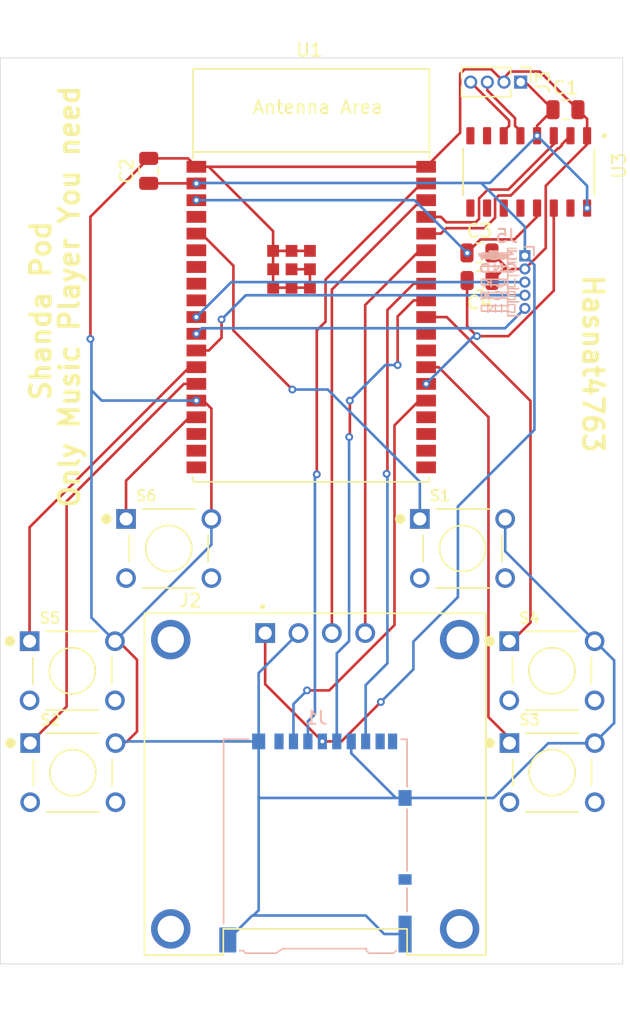
<source format=kicad_pcb>
(kicad_pcb (version 20241229) (generator "pcbnew") (generator_version "9.0")
  (layers (0 "F.Cu" signal) (2 "B.Cu" signal) (13 "F.Paste" user) (15 "B.Paste" user) (5 "F.SilkS" user "F.Silkscreen") (7 "B.SilkS" user "B.Silkscreen") (1 "F.Mask" user) (3 "B.Mask" user) (25 "Edge.Cuts" user))
  (net 0 "")
  (net 2 "Earth")
  (net 3 "MOSI")
  (net 4 "+3.3V")
  (net 5 "MISO")
  (net 7 "SCK")
  (net 8 "SCL")
  (net 10 "SDA")
  (net 11 "SW1")
  (net 12 "SW2")
  (net 15 "SW3")
  (net 16 "SW4")
  (net 17 "SW5")
  (net 18 "Net-(J1-DAT3{slash}CD)")
  (net 20 "SW6")
  (net 34 "LCK")
  (net 35 "BCK")
  (net 36 "DIN")
  (net 40 "D-")
  (net 41 "D+")
  (net 42 "EN")
  (net 43 "IO0")
  (net 51 "P")
  (net 52 "N")
  (footprint "CH340C:SOIC127P600X180-16N" (layer "F.Cu") (at 132.045 52.89 -90)
    (property "Reference" "U3" (at -0.48 -6.885 90) (layer "F.SilkS"))
    (property "Value" "CH340C")
    (fp_line (start -1.775 5) (end 1.775 5) (stroke (width 0.127)) (layer "F.SilkS"))
    (fp_line (start -1.775 5) (end 1.775 5) (stroke (width 0.127)) (layer "F.SilkS"))
    (fp_line (start -1.775 -5) (end 1.775 -5) (stroke (width 0.127)) (layer "F.SilkS"))
    (fp_line (start -1.775 -5) (end 1.775 -5) (stroke (width 0.127)) (layer "F.SilkS"))
    (fp_circle (center -2.75 -5.755) (end -2.65 -5.755) (stroke (width 0.2)) (fill no) (layer "F.SilkS"))
    (pad "1" smd roundrect (at -2.75 -4.445 270) (size 1.31 0.62) (layers "F.Cu" "F.Mask" "F.Paste") (roundrect_rratio 0.125) (net 2 "Earth"))
    (pad "2" smd roundrect (at -2.75 -3.175 270) (size 1.31 0.62) (layers "F.Cu" "F.Mask" "F.Paste") (roundrect_rratio 0.125) (net 51 "P"))
    (pad "3" smd roundrect (at -2.75 -1.905 270) (size 1.31 0.62) (layers "F.Cu" "F.Mask" "F.Paste") (roundrect_rratio 0.125) (net 52 "N"))
    (pad "4" smd roundrect (at -2.75 -0.635 270) (size 1.31 0.62) (layers "F.Cu" "F.Mask" "F.Paste") (roundrect_rratio 0.125) (net 4 "+3.3V"))
    (pad "5" smd roundrect (at -2.75 0.635 270) (size 1.31 0.62) (layers "F.Cu" "F.Mask" "F.Paste") (roundrect_rratio 0.125) (net 41 "D+"))
    (pad "6" smd roundrect (at -2.75 1.905 270) (size 1.31 0.62) (layers "F.Cu" "F.Mask" "F.Paste") (roundrect_rratio 0.125) (net 40 "D-"))
    (pad "7" smd roundrect (at -2.75 3.175 270) (size 1.31 0.62) (layers "F.Cu" "F.Mask" "F.Paste") (roundrect_rratio 0.125))
    (pad "8" smd roundrect (at -2.75 4.445 270) (size 1.31 0.62) (layers "F.Cu" "F.Mask" "F.Paste") (roundrect_rratio 0.125))
    (pad "9" smd roundrect (at 2.75 4.445 270) (size 1.31 0.62) (layers "F.Cu" "F.Mask" "F.Paste") (roundrect_rratio 0.125))
    (pad "10" smd roundrect (at 2.75 3.175 270) (size 1.31 0.62) (layers "F.Cu" "F.Mask" "F.Paste") (roundrect_rratio 0.125))
    (pad "11" smd roundrect (at 2.75 1.905 270) (size 1.31 0.62) (layers "F.Cu" "F.Mask" "F.Paste") (roundrect_rratio 0.125))
    (pad "12" smd roundrect (at 2.75 0.635 270) (size 1.31 0.62) (layers "F.Cu" "F.Mask" "F.Paste") (roundrect_rratio 0.125))
    (pad "13" smd roundrect (at 2.75 -0.635 270) (size 1.31 0.62) (layers "F.Cu" "F.Mask" "F.Paste") (roundrect_rratio 0.125) (net 42 "EN"))
    (pad "14" smd roundrect (at 2.75 -1.905 270) (size 1.31 0.62) (layers "F.Cu" "F.Mask" "F.Paste") (roundrect_rratio 0.125) (net 43 "IO0"))
    (pad "15" smd roundrect (at 2.75 -3.175 270) (size 1.31 0.62) (layers "F.Cu" "F.Mask" "F.Paste") (roundrect_rratio 0.125))
    (pad "16" smd roundrect (at 2.75 -4.445 270) (size 1.31 0.62) (layers "F.Cu" "F.Mask" "F.Paste") (roundrect_rratio 0.125) (net 4 "+3.3V"))
  )
  (footprint "Capacitor_SMD:C_0805_2012Metric" (layer "F.Cu") (at 128.3 61.15 180)
    (property "Reference" "C4" (at 0 -1.68 0) (layer "F.SilkS"))
    (property "Value" "0.1uF")
    (fp_line (start -0.261252 0.735) (end 0.261252 0.735) (stroke (width 0.12)) (layer "F.SilkS"))
    (fp_line (start -0.261252 -0.735) (end 0.261252 -0.735) (stroke (width 0.12)) (layer "F.SilkS"))
    (pad "1" smd roundrect (at -0.95 0 180) (size 1 1.45) (layers "F.Cu" "F.Mask" "F.Paste") (net 2 "Earth"))
    (pad "2" smd roundrect (at 0.95 0 180) (size 1 1.45) (layers "F.Cu" "F.Mask" "F.Paste") (net 43 "IO0"))
  )
  (footprint "Push Button:SW_FSM8JH" (layer "F.Cu") (at 104.625 81.53)
    (property "Reference" "S6" (at -1.71258 -4.01401 0) (layer "F.SilkS") (effects (font (size 0.801197 0.801197))))
    (property "Value" "FSM8JH")
    (fp_line (start -3 -1) (end -3 1) (stroke (width 0.127)) (layer "F.SilkS"))
    (fp_line (start -2 -3) (end 2 -3) (stroke (width 0.127)) (layer "F.SilkS"))
    (fp_line (start -2 3) (end 2 3) (stroke (width 0.127)) (layer "F.SilkS"))
    (fp_line (start 3 -1) (end 3 1) (stroke (width 0.127)) (layer "F.SilkS"))
    (fp_circle (center -4.75 -2.25) (end -4.55 -2.25) (stroke (width 0.4)) (fill no) (layer "F.SilkS"))
    (fp_circle (center 0 0) (end 1.75 0) (stroke (width 0.127)) (fill no) (layer "F.SilkS"))
    (pad "1" thru_hole rect (at -3.25 -2.25) (size 1.498 1.498) (drill 0.99) (layers "*.Cu" "*.Mask") (net 20 "SW6"))
    (pad "2" thru_hole circle (at -3.25 2.25) (size 1.498 1.498) (drill 0.99) (layers "*.Cu" "*.Mask"))
    (pad "3" thru_hole circle (at 3.25 -2.25) (size 1.498 1.498) (drill 0.99) (layers "*.Cu" "*.Mask") (net 2 "Earth"))
    (pad "4" thru_hole circle (at 3.25 2.25) (size 1.498 1.498) (drill 0.99) (layers "*.Cu" "*.Mask"))
  )
  (footprint "Connector_PinHeader_1.27mm:PinHeader_1x04_P1.27mm_Vertical" (layer "F.Cu") (at 131.43 46.06 -90)
    (property "Reference" "J3" (at 0 -1.695 90) (layer "F.SilkS"))
    (property "Value" "Conn_01x04_Pin")
    (fp_line (start -1.11 4.505) (end -0.30753 4.505) (stroke (width 0.12)) (layer "F.SilkS"))
    (fp_line (start 0.30753 4.505) (end 1.11 4.505) (stroke (width 0.12)) (layer "F.SilkS"))
    (fp_line (start -1.11 0.76) (end -1.11 4.505) (stroke (width 0.12)) (layer "F.SilkS"))
    (fp_line (start -1.11 0.76) (end -0.563471 0.76) (stroke (width 0.12)) (layer "F.SilkS"))
    (fp_line (start 0.563471 0.76) (end 1.11 0.76) (stroke (width 0.12)) (layer "F.SilkS"))
    (fp_line (start 1.11 0.76) (end 1.11 4.505) (stroke (width 0.12)) (layer "F.SilkS"))
    (fp_line (start -1.11 0) (end -1.11 -0.76) (stroke (width 0.12)) (layer "F.SilkS"))
    (fp_line (start -1.11 -0.76) (end 0 -0.76) (stroke (width 0.12)) (layer "F.SilkS"))
    (pad "1" thru_hole rect (at 0 0 270) (size 1 1) (drill 0.65) (layers "*.Cu" "*.Mask") (net 4 "+3.3V"))
    (pad "2" thru_hole oval (at 0 1.27 270) (size 1 1) (drill 0.65) (layers "*.Cu" "*.Mask") (net 2 "Earth"))
    (pad "3" thru_hole oval (at 0 2.54 270) (size 1 1) (drill 0.65) (layers "*.Cu" "*.Mask") (net 41 "D+"))
    (pad "4" thru_hole oval (at 0 3.81 270) (size 1 1) (drill 0.65) (layers "*.Cu" "*.Mask") (net 40 "D-"))
  )
  (footprint "Push Button:SW_FSM8JH" (layer "F.Cu") (at 97.28 90.83)
    (property "Reference" "S5" (at -1.71258 -4.01401 0) (layer "F.SilkS") (effects (font (size 0.801197 0.801197))))
    (property "Value" "FSM8JH")
    (fp_line (start -3 -1) (end -3 1) (stroke (width 0.127)) (layer "F.SilkS"))
    (fp_line (start -2 -3) (end 2 -3) (stroke (width 0.127)) (layer "F.SilkS"))
    (fp_line (start -2 3) (end 2 3) (stroke (width 0.127)) (layer "F.SilkS"))
    (fp_line (start 3 -1) (end 3 1) (stroke (width 0.127)) (layer "F.SilkS"))
    (fp_circle (center -4.75 -2.25) (end -4.55 -2.25) (stroke (width 0.4)) (fill no) (layer "F.SilkS"))
    (fp_circle (center 0 0) (end 1.75 0) (stroke (width 0.127)) (fill no) (layer "F.SilkS"))
    (pad "1" thru_hole rect (at -3.25 -2.25) (size 1.498 1.498) (drill 0.99) (layers "*.Cu" "*.Mask") (net 17 "SW5"))
    (pad "2" thru_hole circle (at -3.25 2.25) (size 1.498 1.498) (drill 0.99) (layers "*.Cu" "*.Mask"))
    (pad "3" thru_hole circle (at 3.25 -2.25) (size 1.498 1.498) (drill 0.99) (layers "*.Cu" "*.Mask") (net 2 "Earth"))
    (pad "4" thru_hole circle (at 3.25 2.25) (size 1.498 1.498) (drill 0.99) (layers "*.Cu" "*.Mask"))
  )
  (footprint "Seeed Studio XIAO Series Library:MODULE_DM-OLED096-636" (layer "F.Cu") (at 115.78 99.46)
    (property "Reference" "J2" (at -9.525 -13.97 0) (layer "F.SilkS"))
    (property "Value" "Conn_01x04_Pin" (hide yes))
    (fp_line (start -13 -13) (end 13 -13) (stroke (width 0.127)) (layer "F.SilkS"))
    (fp_line (start -13 13) (end -13 -13) (stroke (width 0.127)) (layer "F.SilkS"))
    (fp_line (start -7 11) (end -7 13) (stroke (width 0.127)) (layer "F.SilkS"))
    (fp_line (start -7 13) (end -13 13) (stroke (width 0.127)) (layer "F.SilkS"))
    (fp_line (start 7 11) (end -7 11) (stroke (width 0.127)) (layer "F.SilkS"))
    (fp_line (start 7 13) (end 7 11) (stroke (width 0.127)) (layer "F.SilkS"))
    (fp_line (start 13 -13) (end 13 13) (stroke (width 0.127)) (layer "F.SilkS"))
    (fp_line (start 13 13) (end 7 13) (stroke (width 0.127)) (layer "F.SilkS"))
    (fp_circle (center -4 -13.5) (end -3.9 -13.5) (stroke (width 0.2)) (fill no) (layer "F.SilkS"))
    (pad "1" thru_hole rect (at -3.81 -11.5) (size 1.508 1.508) (drill 1) (layers "*.Cu" "*.Mask") (net 4 "+3.3V"))
    (pad "2" thru_hole circle (at -1.27 -11.5) (size 1.508 1.508) (drill 1) (layers "*.Cu" "*.Mask") (net 2 "Earth"))
    (pad "3" thru_hole circle (at 1.27 -11.5) (size 1.508 1.508) (drill 1) (layers "*.Cu" "*.Mask") (net 8 "SCL"))
    (pad "4" thru_hole circle (at 3.81 -11.5) (size 1.508 1.508) (drill 1) (layers "*.Cu" "*.Mask") (net 10 "SDA"))
    (pad "S1" thru_hole circle (at -11 -11) (size 3 3) (drill 2) (layers "*.Cu" "*.Mask"))
    (pad "S2" thru_hole circle (at 11 -11) (size 3 3) (drill 2) (layers "*.Cu" "*.Mask"))
    (pad "S3" thru_hole circle (at 11 11) (size 3 3) (drill 2) (layers "*.Cu" "*.Mask"))
    (pad "S4" thru_hole circle (at -11 11) (size 3 3) (drill 2) (layers "*.Cu" "*.Mask"))
  )
  (footprint "Push Button:SW_FSM8JH" (layer "F.Cu") (at 133.81 90.83)
    (property "Reference" "S4" (at -1.71258 -4.01401 0) (layer "F.SilkS") (effects (font (size 0.801197 0.801197))))
    (property "Value" "FSM8JH")
    (fp_line (start -3 -1) (end -3 1) (stroke (width 0.127)) (layer "F.SilkS"))
    (fp_line (start -2 -3) (end 2 -3) (stroke (width 0.127)) (layer "F.SilkS"))
    (fp_line (start -2 3) (end 2 3) (stroke (width 0.127)) (layer "F.SilkS"))
    (fp_line (start 3 -1) (end 3 1) (stroke (width 0.127)) (layer "F.SilkS"))
    (fp_circle (center -4.75 -2.25) (end -4.55 -2.25) (stroke (width 0.4)) (fill no) (layer "F.SilkS"))
    (fp_circle (center 0 0) (end 1.75 0) (stroke (width 0.127)) (fill no) (layer "F.SilkS"))
    (pad "1" thru_hole rect (at -3.25 -2.25) (size 1.498 1.498) (drill 0.99) (layers "*.Cu" "*.Mask") (net 16 "SW4"))
    (pad "2" thru_hole circle (at -3.25 2.25) (size 1.498 1.498) (drill 0.99) (layers "*.Cu" "*.Mask"))
    (pad "3" thru_hole circle (at 3.25 -2.25) (size 1.498 1.498) (drill 0.99) (layers "*.Cu" "*.Mask") (net 2 "Earth"))
    (pad "4" thru_hole circle (at 3.25 2.25) (size 1.498 1.498) (drill 0.99) (layers "*.Cu" "*.Mask"))
  )
  (footprint "Capacitor_SMD:C_0805_2012Metric" (layer "F.Cu") (at 103.1 52.81 90)
    (property "Reference" "C2" (at 0 -1.68 90) (layer "F.SilkS"))
    (property "Value" "0.1uF")
    (fp_line (start -0.261252 -0.735) (end 0.261252 -0.735) (stroke (width 0.12)) (layer "F.SilkS"))
    (fp_line (start -0.261252 0.735) (end 0.261252 0.735) (stroke (width 0.12)) (layer "F.SilkS"))
    (pad "1" smd roundrect (at -0.95 0 90) (size 1 1.45) (layers "F.Cu" "F.Mask" "F.Paste") (net 4 "+3.3V"))
    (pad "2" smd roundrect (at 0.95 0 90) (size 1 1.45) (layers "F.Cu" "F.Mask" "F.Paste") (net 2 "Earth"))
  )
  (footprint "Capacitor_SMD:C_0805_2012Metric" (layer "F.Cu") (at 128.29 59.05)
    (property "Reference" "C3" (at 0 -1.68 0) (layer "F.SilkS"))
    (property "Value" "0.1uF")
    (fp_line (start -0.261252 -0.735) (end 0.261252 -0.735) (stroke (width 0.12)) (layer "F.SilkS"))
    (fp_line (start -0.261252 0.735) (end 0.261252 0.735) (stroke (width 0.12)) (layer "F.SilkS"))
    (pad "1" smd roundrect (at -0.95 0) (size 1 1.45) (layers "F.Cu" "F.Mask" "F.Paste") (net 42 "EN"))
    (pad "2" smd roundrect (at 0.95 0) (size 1 1.45) (layers "F.Cu" "F.Mask" "F.Paste") (net 2 "Earth"))
  )
  (footprint "PCM_Espressif:ESP32-WROVER-E" (layer "F.Cu") (at 115.48 60.755)
    (property "Reference" "U1" (at -0.14 -17.145 0) (layer "F.SilkS"))
    (property "Value" "ESP32-WROVER-E")
    (fp_line (start -9 -15.695) (end -9 -8.9) (stroke (width 0.12)) (layer "F.SilkS"))
    (fp_line (start -9 -9.385) (end 9 -9.385) (stroke (width 0.12)) (layer "F.SilkS"))
    (fp_line (start -9 15.705) (end -9 15.35) (stroke (width 0.12)) (layer "F.SilkS"))
    (fp_line (start -9 15.705) (end 9 15.705) (stroke (width 0.12)) (layer "F.SilkS"))
    (fp_line (start 9 -15.695) (end -9 -15.695) (stroke (width 0.12)) (layer "F.SilkS"))
    (fp_line (start 9 -15.65) (end 9 -8.9) (stroke (width 0.12)) (layer "F.SilkS"))
    (fp_line (start 9 15.705) (end 9 15.35) (stroke (width 0.12)) (layer "F.SilkS"))
    (fp_text user "Antenna Area" (at 0.5 -12.795 0) (layer "F.SilkS"))
    (pad "1" smd rect (at -8.75 -8.255) (size 1.5 0.9) (layers "F.Cu" "F.Mask" "F.Paste") (net 2 "Earth"))
    (pad "2" smd rect (at -8.75 -6.985) (size 1.5 0.9) (layers "F.Cu" "F.Mask" "F.Paste") (net 4 "+3.3V"))
    (pad "3" smd rect (at -8.75 -5.715) (size 1.5 0.9) (layers "F.Cu" "F.Mask" "F.Paste") (net 42 "EN"))
    (pad "4" smd rect (at -8.75 -4.445) (size 1.5 0.9) (layers "F.Cu" "F.Mask" "F.Paste"))
    (pad "5" smd rect (at -8.75 -3.175) (size 1.5 0.9) (layers "F.Cu" "F.Mask" "F.Paste") (net 11 "SW1"))
    (pad "6" smd rect (at -8.75 -1.905) (size 1.5 0.9) (layers "F.Cu" "F.Mask" "F.Paste"))
    (pad "7" smd rect (at -8.75 -0.635) (size 1.5 0.9) (layers "F.Cu" "F.Mask" "F.Paste"))
    (pad "8" smd rect (at -8.75 0.635) (size 1.5 0.9) (layers "F.Cu" "F.Mask" "F.Paste"))
    (pad "9" smd rect (at -8.75 1.905) (size 1.5 0.9) (layers "F.Cu" "F.Mask" "F.Paste"))
    (pad "10" smd rect (at -8.75 3.175) (size 1.5 0.9) (layers "F.Cu" "F.Mask" "F.Paste") (net 34 "LCK"))
    (pad "11" smd rect (at -8.75 4.445) (size 1.5 0.9) (layers "F.Cu" "F.Mask" "F.Paste") (net 35 "BCK"))
    (pad "12" smd rect (at -8.75 5.715) (size 1.5 0.9) (layers "F.Cu" "F.Mask" "F.Paste") (net 36 "DIN"))
    (pad "13" smd rect (at -8.75 6.985) (size 1.5 0.9) (layers "F.Cu" "F.Mask" "F.Paste") (net 17 "SW5"))
    (pad "14" smd rect (at -8.75 8.255) (size 1.5 0.9) (layers "F.Cu" "F.Mask" "F.Paste") (net 12 "SW2"))
    (pad "15" smd rect (at -8.75 9.525) (size 1.5 0.9) (layers "F.Cu" "F.Mask" "F.Paste") (net 2 "Earth"))
    (pad "16" smd rect (at -8.75 10.795) (size 1.5 0.9) (layers "F.Cu" "F.Mask" "F.Paste") (net 20 "SW6"))
    (pad "17" smd rect (at -8.75 12.065) (size 1.5 0.9) (layers "F.Cu" "F.Mask" "F.Paste"))
    (pad "18" smd rect (at -8.75 13.335) (size 1.5 0.9) (layers "F.Cu" "F.Mask" "F.Paste"))
    (pad "19" smd rect (at -8.75 14.605) (size 1.5 0.9) (layers "F.Cu" "F.Mask" "F.Paste"))
    (pad "20" smd rect (at 8.75 14.605) (size 1.5 0.9) (layers "F.Cu" "F.Mask" "F.Paste"))
    (pad "21" smd rect (at 8.75 13.335) (size 1.5 0.9) (layers "F.Cu" "F.Mask" "F.Paste"))
    (pad "22" smd rect (at 8.75 12.065) (size 1.5 0.9) (layers "F.Cu" "F.Mask" "F.Paste"))
    (pad "23" smd rect (at 8.75 10.795) (size 1.5 0.9) (layers "F.Cu" "F.Mask" "F.Paste"))
    (pad "24" smd rect (at 8.75 9.525) (size 1.5 0.9) (layers "F.Cu" "F.Mask" "F.Paste") (net 18 "Net-(J1-DAT3{slash}CD)"))
    (pad "25" smd rect (at 8.75 8.255) (size 1.5 0.9) (layers "F.Cu" "F.Mask" "F.Paste") (net 43 "IO0"))
    (pad "26" smd rect (at 8.75 6.985) (size 1.5 0.9) (layers "F.Cu" "F.Mask" "F.Paste") (net 15 "SW3"))
    (pad "27" smd rect (at 8.75 5.715) (size 1.5 0.9) (layers "F.Cu" "F.Mask" "F.Paste"))
    (pad "28" smd rect (at 8.75 4.445) (size 1.5 0.9) (layers "F.Cu" "F.Mask" "F.Paste"))
    (pad "29" smd rect (at 8.75 3.175) (size 1.5 0.9) (layers "F.Cu" "F.Mask" "F.Paste") (net 16 "SW4"))
    (pad "30" smd rect (at 8.75 1.905) (size 1.5 0.9) (layers "F.Cu" "F.Mask" "F.Paste") (net 7 "SCK"))
    (pad "31" smd rect (at 8.75 0.635) (size 1.5 0.9) (layers "F.Cu" "F.Mask" "F.Paste") (net 5 "MISO"))
    (pad "32" smd rect (at 8.75 -0.635) (size 1.5 0.9) (layers "F.Cu" "F.Mask" "F.Paste"))
    (pad "33" smd rect (at 8.75 -1.905) (size 1.5 0.9) (layers "F.Cu" "F.Mask" "F.Paste") (net 10 "SDA"))
    (pad "34" smd rect (at 8.75 -3.175) (size 1.5 0.9) (layers "F.Cu" "F.Mask" "F.Paste") (net 51 "P"))
    (pad "35" smd rect (at 8.75 -4.445) (size 1.5 0.9) (layers "F.Cu" "F.Mask" "F.Paste") (net 52 "N"))
    (pad "36" smd rect (at 8.75 -5.715) (size 1.5 0.9) (layers "F.Cu" "F.Mask" "F.Paste") (net 8 "SCL"))
    (pad "37" smd rect (at 8.75 -6.985) (size 1.5 0.9) (layers "F.Cu" "F.Mask" "F.Paste") (net 3 "MOSI"))
    (pad "38" smd rect (at 8.75 -8.255) (size 1.5 0.9) (layers "F.Cu" "F.Mask" "F.Paste") (net 2 "Earth"))
    (pad "39" smd rect (at -2.905 -1.86) (size 0.9 0.9) (layers "F.Cu" "F.Mask" "F.Paste") (net 2 "Earth"))
    (pad "39" smd rect (at -2.9 -0.46) (size 0.9 0.9) (layers "F.Cu" "F.Mask" "F.Paste") (net 2 "Earth"))
    (pad "39" smd rect (at -2.9 0.94) (size 0.9 0.9) (layers "F.Cu" "F.Mask" "F.Paste") (net 2 "Earth"))
    (pad "39" smd rect (at -1.5 -1.86) (size 0.9 0.9) (layers "F.Cu" "F.Mask" "F.Paste") (net 2 "Earth"))
    (pad "39" smd rect (at -1.5 -0.46) (size 0.9 0.9) (layers "F.Cu" "F.Mask" "F.Paste") (net 2 "Earth"))
    (pad "39" smd rect (at -1.5 0.94) (size 0.9 0.9) (layers "F.Cu" "F.Mask" "F.Paste") (net 2 "Earth"))
    (pad "39" smd rect (at -0.1 -1.86) (size 0.9 0.9) (layers "F.Cu" "F.Mask" "F.Paste") (net 2 "Earth"))
    (pad "39" smd rect (at -0.1 -0.46) (size 0.9 0.9) (layers "F.Cu" "F.Mask" "F.Paste") (net 2 "Earth"))
    (pad "39" smd rect (at -0.1 0.94) (size 0.9 0.9) (layers "F.Cu" "F.Mask" "F.Paste") (net 2 "Earth"))
  )
  (footprint "Push Button:SW_FSM8JH" (layer "F.Cu") (at 133.825 98.575)
    (property "Reference" "S3" (at -1.71258 -4.01401 0) (layer "F.SilkS") (effects (font (size 0.801197 0.801197))))
    (property "Value" "FSM8JH")
    (fp_line (start -3 -1) (end -3 1) (stroke (width 0.127)) (layer "F.SilkS"))
    (fp_line (start -2 -3) (end 2 -3) (stroke (width 0.127)) (layer "F.SilkS"))
    (fp_line (start -2 3) (end 2 3) (stroke (width 0.127)) (layer "F.SilkS"))
    (fp_line (start 3 -1) (end 3 1) (stroke (width 0.127)) (layer "F.SilkS"))
    (fp_circle (center -4.75 -2.25) (end -4.55 -2.25) (stroke (width 0.4)) (fill no) (layer "F.SilkS"))
    (fp_circle (center 0 0) (end 1.75 0) (stroke (width 0.127)) (fill no) (layer "F.SilkS"))
    (pad "1" thru_hole rect (at -3.25 -2.25) (size 1.498 1.498) (drill 0.99) (layers "*.Cu" "*.Mask") (net 15 "SW3"))
    (pad "2" thru_hole circle (at -3.25 2.25) (size 1.498 1.498) (drill 0.99) (layers "*.Cu" "*.Mask"))
    (pad "3" thru_hole circle (at 3.25 -2.25) (size 1.498 1.498) (drill 0.99) (layers "*.Cu" "*.Mask") (net 2 "Earth"))
    (pad "4" thru_hole circle (at 3.25 2.25) (size 1.498 1.498) (drill 0.99) (layers "*.Cu" "*.Mask"))
  )
  (footprint "Push Button:SW_FSM8JH" (layer "F.Cu") (at 127 81.53)
    (property "Reference" "S1" (at -1.71258 -4.01401 0) (layer "F.SilkS") (effects (font (size 0.801197 0.801197))))
    (property "Value" "FSM8JH")
    (fp_line (start -3 -1) (end -3 1) (stroke (width 0.127)) (layer "F.SilkS"))
    (fp_line (start -2 -3) (end 2 -3) (stroke (width 0.127)) (layer "F.SilkS"))
    (fp_line (start -2 3) (end 2 3) (stroke (width 0.127)) (layer "F.SilkS"))
    (fp_line (start 3 -1) (end 3 1) (stroke (width 0.127)) (layer "F.SilkS"))
    (fp_circle (center -4.75 -2.25) (end -4.55 -2.25) (stroke (width 0.4)) (fill no) (layer "F.SilkS"))
    (fp_circle (center 0 0) (end 1.75 0) (stroke (width 0.127)) (fill no) (layer "F.SilkS"))
    (pad "1" thru_hole rect (at -3.25 -2.25) (size 1.498 1.498) (drill 0.99) (layers "*.Cu" "*.Mask") (net 11 "SW1"))
    (pad "2" thru_hole circle (at -3.25 2.25) (size 1.498 1.498) (drill 0.99) (layers "*.Cu" "*.Mask"))
    (pad "3" thru_hole circle (at 3.25 -2.25) (size 1.498 1.498) (drill 0.99) (layers "*.Cu" "*.Mask") (net 2 "Earth"))
    (pad "4" thru_hole circle (at 3.25 2.25) (size 1.498 1.498) (drill 0.99) (layers "*.Cu" "*.Mask"))
  )
  (footprint "Capacitor_SMD:C_0805_2012Metric" (layer "F.Cu") (at 134.84 48.16)
    (property "Reference" "C1" (at 0 -1.68 0) (layer "F.SilkS"))
    (property "Value" "0.1uF")
    (fp_line (start -0.261252 -0.735) (end 0.261252 -0.735) (stroke (width 0.12)) (layer "F.SilkS"))
    (fp_line (start -0.261252 0.735) (end 0.261252 0.735) (stroke (width 0.12)) (layer "F.SilkS"))
    (pad "1" smd roundrect (at -0.95 0) (size 1 1.45) (layers "F.Cu" "F.Mask" "F.Paste") (net 4 "+3.3V"))
    (pad "2" smd roundrect (at 0.95 0) (size 1 1.45) (layers "F.Cu" "F.Mask" "F.Paste") (net 2 "Earth"))
  )
  (footprint "Push Button:SW_FSM8JH" (layer "F.Cu") (at 97.325 98.575)
    (property "Reference" "S2" (at -1.71258 -4.01401 0) (layer "F.SilkS") (effects (font (size 0.801197 0.801197))))
    (property "Value" "FSM8JH")
    (fp_line (start -3 -1) (end -3 1) (stroke (width 0.127)) (layer "F.SilkS"))
    (fp_line (start -2 -3) (end 2 -3) (stroke (width 0.127)) (layer "F.SilkS"))
    (fp_line (start -2 3) (end 2 3) (stroke (width 0.127)) (layer "F.SilkS"))
    (fp_line (start 3 -1) (end 3 1) (stroke (width 0.127)) (layer "F.SilkS"))
    (fp_circle (center -4.75 -2.25) (end -4.55 -2.25) (stroke (width 0.4)) (fill no) (layer "F.SilkS"))
    (fp_circle (center 0 0) (end 1.75 0) (stroke (width 0.127)) (fill no) (layer "F.SilkS"))
    (pad "1" thru_hole rect (at -3.25 -2.25) (size 1.498 1.498) (drill 0.99) (layers "*.Cu" "*.Mask") (net 12 "SW2"))
    (pad "2" thru_hole circle (at -3.25 2.25) (size 1.498 1.498) (drill 0.99) (layers "*.Cu" "*.Mask"))
    (pad "3" thru_hole circle (at 3.25 -2.25) (size 1.498 1.498) (drill 0.99) (layers "*.Cu" "*.Mask") (net 2 "Earth"))
    (pad "4" thru_hole circle (at 3.25 2.25) (size 1.498 1.498) (drill 0.99) (layers "*.Cu" "*.Mask"))
  )
  (footprint "Connector_Card:microSD_HC_Hirose_DM3AT-SF-PEJM5" (layer "B.Cu") (at 115.8 103.925 180)
    (property "Reference" "J1" (at -0.075 9.525 0) (layer "B.SilkS") (effects (justify mirror)))
    (property "Value" "Micro_SD_Card_Det2")
    (fp_line (start 6.995 7.885) (end 6.995 -6.125) (stroke (width 0.12)) (layer "B.SilkS"))
    (fp_line (start 5.515 -8.185) (end 5.775 -8.185) (stroke (width 0.12)) (layer "B.SilkS"))
    (fp_line (start 5.315 -8.385) (end 5.515 -8.185) (stroke (width 0.12)) (layer "B.SilkS"))
    (fp_line (start 5.315 -8.385) (end 3.005 -8.385) (stroke (width 0.12)) (layer "B.SilkS"))
    (fp_line (start 5.075 7.885) (end 6.995 7.885) (stroke (width 0.12)) (layer "B.SilkS"))
    (fp_line (start 3.005 -8.385) (end 2.495 -8.035) (stroke (width 0.12)) (layer "B.SilkS"))
    (fp_line (start -3.875 -8.035) (end 2.495 -8.035) (stroke (width 0.12)) (layer "B.SilkS"))
    (fp_line (start -3.875 -8.035) (end -3.875 -8.185) (stroke (width 0.12)) (layer "B.SilkS"))
    (fp_line (start -4.085 -8.385) (end -3.875 -8.185) (stroke (width 0.12)) (layer "B.SilkS"))
    (fp_line (start -5.945 -8.385) (end -4.085 -8.385) (stroke (width 0.12)) (layer "B.SilkS"))
    (fp_line (start -5.945 -8.385) (end -6.145 -8.185) (stroke (width 0.12)) (layer "B.SilkS"))
    (fp_line (start -6.525 7.885) (end -6.975 7.885) (stroke (width 0.12)) (layer "B.SilkS"))
    (fp_line (start -6.975 7.885) (end -6.975 4.275) (stroke (width 0.12)) (layer "B.SilkS"))
    (fp_line (start -6.975 2.575) (end -6.975 -2.125) (stroke (width 0.12)) (layer "B.SilkS"))
    (fp_line (start -6.975 -3.425) (end -6.975 -5.225) (stroke (width 0.12)) (layer "B.SilkS"))
    (pad "1" smd rect (at 2.775 7.725 180) (size 0.7 1.2) (layers "B.Cu" "B.Mask" "B.Paste"))
    (pad "2" smd rect (at 1.675 7.725 180) (size 0.7 1.2) (layers "B.Cu" "B.Mask" "B.Paste") (net 18 "Net-(J1-DAT3{slash}CD)"))
    (pad "3" smd rect (at 0.575 7.725 180) (size 0.7 1.2) (layers "B.Cu" "B.Mask" "B.Paste") (net 3 "MOSI"))
    (pad "4" smd rect (at -0.525 7.725 180) (size 0.7 1.2) (layers "B.Cu" "B.Mask" "B.Paste") (net 4 "+3.3V"))
    (pad "5" smd rect (at -1.625 7.725 180) (size 0.7 1.2) (layers "B.Cu" "B.Mask" "B.Paste") (net 7 "SCK"))
    (pad "6" smd rect (at -2.725 7.725 180) (size 0.7 1.2) (layers "B.Cu" "B.Mask" "B.Paste") (net 2 "Earth"))
    (pad "7" smd rect (at -3.825 7.725 180) (size 0.7 1.2) (layers "B.Cu" "B.Mask" "B.Paste") (net 5 "MISO"))
    (pad "8" smd rect (at -4.925 7.725 180) (size 0.7 1.2) (layers "B.Cu" "B.Mask" "B.Paste"))
    (pad "9" smd rect (at -5.875 7.725 180) (size 0.7 1.2) (layers "B.Cu" "B.Mask" "B.Paste"))
    (pad "10" smd rect (at -6.825 -2.775 180) (size 1 0.8) (layers "B.Cu" "B.Mask" "B.Paste"))
    (pad "11" smd rect (at -6.825 -6.925 180) (size 1 2.8) (layers "B.Cu" "B.Mask" "B.Paste") (net 2 "Earth"))
    (pad "11" smd rect (at -6.825 3.425 180) (size 1 1.2) (layers "B.Cu" "B.Mask" "B.Paste") (net 2 "Earth"))
    (pad "11" smd rect (at 4.325 7.725 180) (size 1 1.2) (layers "B.Cu" "B.Mask" "B.Paste") (net 2 "Earth"))
    (pad "11" smd rect (at 6.675 -7.375 180) (size 1.3 1.9) (layers "B.Cu" "B.Mask" "B.Paste") (net 2 "Earth"))
  )
  (footprint "Connector_PinHeader_1.00mm:PinHeader_1x05_P1.00mm_Horizontal" (layer "B.Cu") (at 131.75 59.27 180)
    (property "Reference" "J5" (at 1.375 1.5 0) (layer "B.SilkS") (effects (justify mirror)))
    (property "Value" "Conn_01x05_Socket" (hide yes))
    (fp_line (start 3.31 0.21) (end 3.31 -0.21) (stroke (width 0.12)) (layer "B.SilkS"))
    (fp_line (start 3.31 -0.21) (end 1.31 -0.21) (stroke (width 0.12)) (layer "B.SilkS"))
    (fp_line (start 3.31 -0.79) (end 3.31 -1.21) (stroke (width 0.12)) (layer "B.SilkS"))
    (fp_line (start 3.31 -1.21) (end 1.31 -1.21) (stroke (width 0.12)) (layer "B.SilkS"))
    (fp_line (start 3.31 -1.79) (end 3.31 -2.21) (stroke (width 0.12)) (layer "B.SilkS"))
    (fp_line (start 3.31 -2.21) (end 1.31 -2.21) (stroke (width 0.12)) (layer "B.SilkS"))
    (fp_line (start 3.31 -2.79) (end 3.31 -3.21) (stroke (width 0.12)) (layer "B.SilkS"))
    (fp_line (start 3.31 -3.21) (end 1.31 -3.21) (stroke (width 0.12)) (layer "B.SilkS"))
    (fp_line (start 3.31 -3.79) (end 3.31 -4.21) (stroke (width 0.12)) (layer "B.SilkS"))
    (fp_line (start 3.31 -4.21) (end 1.31 -4.21) (stroke (width 0.12)) (layer "B.SilkS"))
    (fp_line (start 1.31 0.56) (end 1.31 -4.56) (stroke (width 0.12)) (layer "B.SilkS"))
    (fp_line (start 1.31 0.21) (end 3.31 0.21) (stroke (width 0.12)) (layer "B.SilkS"))
    (fp_line (start 1.31 0.15) (end 3.31 0.15) (stroke (width 0.12)) (layer "B.SilkS"))
    (fp_line (start 1.31 0.03) (end 3.31 0.03) (stroke (width 0.12)) (layer "B.SilkS"))
    (fp_line (start 1.31 -0.09) (end 3.31 -0.09) (stroke (width 0.12)) (layer "B.SilkS"))
    (fp_line (start 1.31 -0.79) (end 3.31 -0.79) (stroke (width 0.12)) (layer "B.SilkS"))
    (fp_line (start 1.31 -1.79) (end 3.31 -1.79) (stroke (width 0.12)) (layer "B.SilkS"))
    (fp_line (start 1.31 -2.79) (end 3.31 -2.79) (stroke (width 0.12)) (layer "B.SilkS"))
    (fp_line (start 1.31 -3.79) (end 3.31 -3.79) (stroke (width 0.12)) (layer "B.SilkS"))
    (fp_line (start 1.31 -4.56) (end 0.394493 -4.56) (stroke (width 0.12)) (layer "B.SilkS"))
    (fp_line (start 0.685 0.56) (end 1.31 0.56) (stroke (width 0.12)) (layer "B.SilkS"))
    (fp_line (start 0.685 -0.5) (end 1.31 -0.5) (stroke (width 0.12)) (layer "B.SilkS"))
    (fp_line (start 0.468215 -1.5) (end 1.31 -1.5) (stroke (width 0.12)) (layer "B.SilkS"))
    (fp_line (start 0.468215 -2.5) (end 1.31 -2.5) (stroke (width 0.12)) (layer "B.SilkS"))
    (fp_line (start 0.468215 -3.5) (end 1.31 -3.5) (stroke (width 0.12)) (layer "B.SilkS"))
    (fp_line (start -0.685 0.685) (end 0 0.685) (stroke (width 0.12)) (layer "B.SilkS"))
    (fp_line (start -0.685 0) (end -0.685 0.685) (stroke (width 0.12)) (layer "B.SilkS"))
    (pad "1" thru_hole rect (at 0 0 180) (size 0.85 0.85) (drill 0.5) (layers "*.Cu" "*.Mask") (net 4 "+3.3V"))
    (pad "2" thru_hole oval (at 0 -1 180) (size 0.85 0.85) (drill 0.5) (layers "*.Cu" "*.Mask") (net 2 "Earth"))
    (pad "3" thru_hole oval (at 0 -2 180) (size 0.85 0.85) (drill 0.5) (layers "*.Cu" "*.Mask") (net 34 "LCK"))
    (pad "4" thru_hole oval (at 0 -3 180) (size 0.85 0.85) (drill 0.5) (layers "*.Cu" "*.Mask") (net 36 "DIN"))
    (pad "5" thru_hole oval (at 0 -4 180) (size 0.85 0.85) (drill 0.5) (layers "*.Cu" "*.Mask") (net 35 "BCK"))
  )
  (gr_rect (start 91.8 44.22) (end 139.2 113.12) (stroke (width 0.05)) (fill no) (layer "Edge.Cuts"))
  (gr_text "Hasnat4763" (at 136.06 60.57 270) (layer "F.SilkS") (effects (font (size 1.5 1.5) (thickness 0.3) (bold yes)) (justify left bottom)))
  (gr_text "Only Music Player You need" (at 97.94 78.57 90) (layer "F.SilkS") (effects (font (size 1.5 1.5) (thickness 0.3) (bold yes)) (justify left bottom)))
  (gr_text "Shanda Pod" (at 95.76 70.44 90) (layer "F.SilkS") (effects (font (size 1.5 1.5) (thickness 0.3) (bold yes)) (justify left bottom)))
  (gr_text "LCK\nBCK\nDIN" (at 131.29 63.64 -0) (layer "B.SilkS") (effects (font (size 0.6 1) (thickness 0.1) (bold yes)) (justify left bottom mirror)))
  (gr_text "3.3v\nGND" (at 131.35 60.57 -0) (layer "B.SilkS") (effects (font (size 0.6 1) (thickness 0.15) (bold yes)) (justify left bottom mirror)))
  (segment (start 113.98 60.295) (end 115.38 60.295) (width 0.2) (layer "F.Cu") (net 2))
  (segment (start 107.262 70.28) (end 107.875 70.893) (width 0.2) (layer "F.Cu") (net 2))
  (segment (start 101.43 96.23) (end 100.84 96.23) (width 0.2) (layer "F.Cu") (net 2))
  (segment (start 129.25 61.15) (end 130.13 60.27) (width 0.2) (layer "F.Cu") (net 2))
  (segment (start 130.16 45.728) (end 130.629 45.259) (width 0.2) (layer "F.Cu") (net 2))
  (segment (start 124.23 52.5) (end 126.819 49.911) (width 0.2) (layer "F.Cu") (net 2))
  (segment (start 126.819 45.421) (end 127.16 45.08) (width 0.2) (layer "F.Cu") (net 2))
  (segment (start 103.1 51.86) (end 106.09 51.86) (width 0.2) (layer "F.Cu") (net 2))
  (segment (start 132.889 45.259) (end 135.79 48.16) (width 0.2) (layer "F.Cu") (net 2))
  (segment (start 103.1 51.86) (end 98.66 56.3) (width 0.2) (layer "F.Cu") (net 2))
  (segment (start 107.68 52.5) (end 112.575 57.395) (width 0.2) (layer "F.Cu") (net 2))
  (segment (start 115.38 58.895) (end 112.575 58.895) (width 0.2) (layer "F.Cu") (net 2))
  (segment (start 136.49 50.794999) (end 136.49 50.14) (width 0.2) (layer "F.Cu") (net 2))
  (segment (start 129.18 45.08) (end 130.16 46.06) (width 0.2) (layer "F.Cu") (net 2))
  (segment (start 127.16 45.08) (end 129.18 45.08) (width 0.2) (layer "F.Cu") (net 2))
  (segment (start 107.875 70.893) (end 107.875 79.825) (width 0.2) (layer "F.Cu") (net 2))
  (segment (start 112.575 58.895) (end 112.575 61.69) (width 0.2) (layer "F.Cu") (net 2))
  (segment (start 102.21 89.99) (end 102.21 95.45) (width 0.2) (layer "F.Cu") (net 2))
  (segment (start 106.73 52.5) (end 124.23 52.5) (width 0.2) (layer "F.Cu") (net 2))
  (segment (start 133.339 58.681) (end 133.339 53.945999) (width 0.2) (layer "F.Cu") (net 2))
  (segment (start 136.49 48.86) (end 136.49 50.14) (width 0.2) (layer "F.Cu") (net 2))
  (segment (start 130.46 60.27) (end 129.24 59.05) (width 0.2) (layer "F.Cu") (net 2))
  (segment (start 112.575 57.395) (end 112.575 58.895) (width 0.2) (layer "F.Cu") (net 2))
  (segment (start 135.79 48.16) (end 136.49 48.86) (width 0.2) (layer "F.Cu") (net 2))
  (segment (start 100.72 88.5) (end 102.21 89.99) (width 0.2) (layer "F.Cu") (net 2))
  (segment (start 112.58 61.695) (end 115.38 61.695) (width 0.2) (layer "F.Cu") (net 2))
  (segment (start 106.73 52.5) (end 107.68 52.5) (width 0.2) (layer "F.Cu") (net 2))
  (segment (start 130.629 45.259) (end 132.889 45.259) (width 0.2) (layer "F.Cu") (net 2))
  (segment (start 131.75 60.27) (end 130.46 60.27) (width 0.2) (layer "F.Cu") (net 2))
  (segment (start 130.16 46.06) (end 130.16 45.728) (width 0.2) (layer "F.Cu") (net 2))
  (segment (start 130.13 60.27) (end 130.46 60.27) (width 0.2) (layer "F.Cu") (net 2))
  (segment (start 106.09 51.86) (end 106.73 52.5) (width 0.2) (layer "F.Cu") (net 2))
  (segment (start 98.66 56.3) (end 98.66 65.59) (width 0.2) (layer "F.Cu") (net 2))
  (segment (start 131.75 60.27) (end 133.339 58.681) (width 0.2) (layer "F.Cu") (net 2))
  (segment (start 133.339 53.945999) (end 136.49 50.794999) (width 0.2) (layer "F.Cu") (net 2))
  (segment (start 102.21 95.45) (end 101.43 96.23) (width 0.2) (layer "F.Cu") (net 2))
  (segment (start 115.38 60.295) (end 115.38 61.695) (width 0.2) (layer "F.Cu") (net 2))
  (segment (start 126.819 49.911) (end 126.819 45.421) (width 0.2) (layer "F.Cu") (net 2))
  (via (at 106.73 70.28) (size 0.6) (drill 0.3) (layers "F.Cu" "B.Cu") (net 2))
  (via (at 98.66 65.59) (size 0.6) (drill 0.3) (layers "F.Cu" "B.Cu") (net 2))
  (segment (start 137.01 88.5) (end 138.55 90.04) (width 0.2) (layer "B.Cu") (net 2))
  (segment (start 106.73 70.28) (end 99.52 70.28) (width 0.2) (layer "B.Cu") (net 2))
  (segment (start 130.25 79.28) (end 130.25 81.74) (width 0.2) (layer "B.Cu") (net 2))
  (segment (start 121.925 100.5) (end 118.525 97.1) (width 0.2) (layer "B.Cu") (net 2))
  (segment (start 110.985 109.44) (end 111.07 109.44) (width 0.2) (layer "B.Cu") (net 2))
  (segment (start 119.63 109.44) (end 121.04 110.85) (width 0.2) (layer "B.Cu") (net 2))
  (segment (start 98.74 65.67) (end 98.66 65.59) (width 0.2) (layer "B.Cu") (net 2))
  (segment (start 111.475 96.2) (end 100.7 96.2) (width 0.2) (layer "B.Cu") (net 2))
  (segment (start 137.01 96.34) (end 133.525075 96.34) (width 0.2) (layer "B.Cu") (net 2))
  (segment (start 130.25 81.74) (end 137.01 88.5) (width 0.2) (layer "B.Cu") (net 2))
  (segment (start 118.525 97.1) (end 118.525 96.2) (width 0.2) (layer "B.Cu") (net 2))
  (segment (start 121.04 110.85) (end 122.625 110.85) (width 0.2) (layer "B.Cu") (net 2))
  (segment (start 111.475 90.995) (end 111.475 96.2) (width 0.2) (layer "B.Cu") (net 2))
  (segment (start 111.07 109.44) (end 111.475 109.035) (width 0.2) (layer "B.Cu") (net 2))
  (segment (start 111.07 109.44) (end 119.63 109.44) (width 0.2) (layer "B.Cu") (net 2))
  (segment (start 111.475 109.035) (end 111.475 100.44) (width 0.2) (layer "B.Cu") (net 2))
  (segment (start 138.55 90.04) (end 138.55 94.8) (width 0.2) (layer "B.Cu") (net 2))
  (segment (start 100.53 88.58) (end 98.74 86.79) (width 0.2) (layer "B.Cu") (net 2))
  (segment (start 129.365075 100.5) (end 122.625 100.5) (width 0.2) (layer "B.Cu") (net 2))
  (segment (start 107.875 81.235) (end 100.53 88.58) (width 0.2) (layer "B.Cu") (net 2))
  (segment (start 121.925 100.5) (end 111.535 100.5) (width 0.2) (layer "B.Cu") (net 2))
  (segment (start 111.535 100.5) (end 111.475 100.44) (width 0.2) (layer "B.Cu") (net 2))
  (segment (start 138.55 94.8) (end 137.01 96.34) (width 0.2) (layer "B.Cu") (net 2))
  (segment (start 133.525075 96.34) (end 129.365075 100.5) (width 0.2) (layer "B.Cu") (net 2))
  (segment (start 109.125 111.3) (end 110.985 109.44) (width 0.2) (layer "B.Cu") (net 2))
  (segment (start 122.625 100.5) (end 121.925 100.5) (width 0.2) (layer "B.Cu") (net 2))
  (segment (start 98.74 86.79) (end 98.74 69.5) (width 0.2) (layer "B.Cu") (net 2))
  (segment (start 99.52 70.28) (end 98.74 69.5) (width 0.2) (layer "B.Cu") (net 2))
  (segment (start 98.74 69.5) (end 98.74 65.67) (width 0.2) (layer "B.Cu") (net 2))
  (segment (start 111.475 100.44) (end 111.475 96.2) (width 0.2) (layer "B.Cu") (net 2))
  (segment (start 114.51 87.96) (end 111.475 90.995) (width 0.2) (layer "B.Cu") (net 2))
  (segment (start 107.875 79.28) (end 107.875 81.235) (width 0.2) (layer "B.Cu") (net 2))
  (segment (start 116.57 61.07) (end 116.57 64.28) (width 0.2) (layer "F.Cu") (net 3))
  (segment (start 123.87 53.77) (end 116.57 61.07) (width 0.2) (layer "F.Cu") (net 3))
  (segment (start 116.57 64.28) (end 115.9 64.95) (width 0.2) (layer "F.Cu") (net 3))
  (segment (start 115.9 64.95) (end 115.9 75.89) (width 0.2) (layer "F.Cu") (net 3))
  (via (at 115.9 75.89) (size 0.6) (drill 0.3) (layers "F.Cu" "B.Cu") (net 3))
  (segment (start 115.225 96.2) (end 115.225 94.675) (width 0.2) (layer "B.Cu") (net 3))
  (segment (start 115.76 94.14) (end 115.76 76.03) (width 0.2) (layer "B.Cu") (net 3))
  (segment (start 115.225 94.675) (end 115.76 94.14) (width 0.2) (layer "B.Cu") (net 3))
  (segment (start 115.76 76.03) (end 115.9 75.89) (width 0.2) (layer "B.Cu") (net 3))
  (segment (start 120.78 93.2) (end 117.78 96.2) (width 0.2) (layer "F.Cu") (net 4))
  (segment (start 131.79 46.06) (end 133.89 48.16) (width 0.2) (layer "F.Cu") (net 4))
  (segment (start 117.78 96.2) (end 116.325 96.2) (width 0.2) (layer "F.Cu") (net 4))
  (segment (start 111.97 87.96) (end 111.97 91.845) (width 0.2) (layer "F.Cu") (net 4))
  (segment (start 133.89 48.16) (end 132.68 49.37) (width 0.2) (layer "F.Cu") (net 4))
  (segment (start 131.43 46.06) (end 131.79 46.06) (width 0.2) (layer "F.Cu") (net 4))
  (segment (start 132.68 49.37) (end 132.68 50.14) (width 0.2) (layer "F.Cu") (net 4))
  (segment (start 103.1 53.76) (end 106.72 53.76) (width 0.2) (layer "F.Cu") (net 4))
  (segment (start 111.97 91.845) (end 116.325 96.2) (width 0.2) (layer "F.Cu") (net 4))
  (via (at 136.49 55.64) (size 0.6) (drill 0.3) (layers "F.Cu" "B.Cu") (net 4))
  (via (at 132.68 50.14) (size 0.6) (drill 0.3) (layers "F.Cu" "B.Cu") (net 4))
  (via (at 106.73 53.77) (size 0.6) (drill 0.3) (layers "F.Cu" "B.Cu") (net 4))
  (via (at 116.325 96.2) (size 0.6) (drill 0.3) (layers "F.Cu" "B.Cu") (net 4))
  (via (at 120.78 93.2) (size 0.6) (drill 0.3) (layers "F.Cu" "B.Cu") (net 4))
  (segment (start 128.42 53.73) (end 129.09 53.73) (width 0.2) (layer "B.Cu") (net 4))
  (segment (start 123.26 90.72) (end 120.78 93.2) (width 0.2) (layer "B.Cu") (net 4))
  (segment (start 128.42 53.73) (end 131.75 57.06) (width 0.2) (layer "B.Cu") (net 4))
  (segment (start 131.77672 59.27) (end 132.476 59.96928) (width 0.2) (layer "B.Cu") (net 4))
  (segment (start 129.09 53.73) (end 132.68 50.14) (width 0.2) (layer "B.Cu") (net 4))
  (segment (start 126.65 78.33) (end 132.476 72.504) (width 0.2) (layer "B.Cu") (net 4))
  (segment (start 136.49 55.64) (end 136.49 53.95) (width 0.2) (layer "B.Cu") (net 4))
  (segment (start 132.476 59.96928) (end 132.476 72.504) (width 0.2) (layer "B.Cu") (net 4))
  (segment (start 136.49 53.95) (end 132.68 50.14) (width 0.2) (layer "B.Cu") (net 4))
  (segment (start 106.73 53.77) (end 106.77 53.73) (width 0.2) (layer "B.Cu") (net 4))
  (segment (start 106.77 53.73) (end 128.42 53.73) (width 0.2) (layer "B.Cu") (net 4))
  (segment (start 123.26 88.61) (end 123.26 90.72) (width 0.2) (layer "B.Cu") (net 4))
  (segment (start 126.65 85.22) (end 123.26 88.61) (width 0.2) (layer "B.Cu") (net 4))
  (segment (start 126.65 78.33) (end 126.65 85.22) (width 0.2) (layer "B.Cu") (net 4))
  (segment (start 131.75 57.06) (end 131.75 59.27) (width 0.2) (layer "B.Cu") (net 4))
  (segment (start 121.28 63.39) (end 121.28 75.85) (width 0.2) (layer "F.Cu") (net 5))
  (segment (start 121.28 75.85) (end 121.22 75.85) (width 0.2) (layer "F.Cu") (net 5))
  (segment (start 123.28 61.39) (end 121.28 63.39) (width 0.2) (layer "F.Cu") (net 5))
  (segment (start 124.23 61.39) (end 123.28 61.39) (width 0.2) (layer "F.Cu") (net 5))
  (via (at 121.22 75.85) (size 0.6) (drill 0.3) (layers "F.Cu" "B.Cu") (net 5))
  (segment (start 119.625 91.915) (end 121.28 90.26) (width 0.2) (layer "B.Cu") (net 5))
  (segment (start 121.28 90.26) (end 121.28 75.9) (width 0.2) (layer "B.Cu") (net 5))
  (segment (start 119.625 96.2) (end 119.625 91.915) (width 0.2) (layer "B.Cu") (net 5))
  (segment (start 123.28 62.66) (end 122.06 63.88) (width 0.2) (layer "F.Cu") (net 7))
  (segment (start 122.06 63.88) (end 122.06 67.58) (width 0.2) (layer "F.Cu") (net 7))
  (segment (start 118.43 72.99) (end 118.37 73.05) (width 0.2) (layer "F.Cu") (net 7))
  (segment (start 118.42 73) (end 118.37 73.05) (width 0.2) (layer "F.Cu") (net 7))
  (segment (start 118.42 70.28) (end 118.42 73) (width 0.2) (layer "F.Cu") (net 7))
  (segment (start 124.23 62.66) (end 123.28 62.66) (width 0.2) (layer "F.Cu") (net 7))
  (via (at 118.37 73.05) (size 0.6) (drill 0.3) (layers "F.Cu" "B.Cu") (net 7))
  (via (at 118.42 70.28) (size 0.6) (drill 0.3) (layers "F.Cu" "B.Cu") (net 7))
  (via (at 122.06 67.58) (size 0.6) (drill 0.3) (layers "F.Cu" "B.Cu") (net 7))
  (segment (start 118.36 88.57) (end 118.36 73.11) (width 0.2) (layer "B.Cu") (net 7))
  (segment (start 121.12 67.58) (end 118.42 70.28) (width 0.2) (layer "B.Cu") (net 7))
  (segment (start 117.425 89.505) (end 118.36 88.57) (width 0.2) (layer "B.Cu") (net 7))
  (segment (start 118.36 73.11) (end 118.37 73.1) (width 0.2) (layer "B.Cu") (net 7))
  (segment (start 122.06 67.58) (end 121.12 67.58) (width 0.2) (layer "B.Cu") (net 7))
  (segment (start 117.425 96.2) (end 117.425 89.505) (width 0.2) (layer "B.Cu") (net 7))
  (segment (start 117.05 61.84) (end 117.05 87.96) (width 0.2) (layer "F.Cu") (net 8))
  (segment (start 123.85 55.04) (end 117.05 61.84) (width 0.2) (layer "F.Cu") (net 8))
  (segment (start 119.59 63.01) (end 123.75 58.85) (width 0.2) (layer "F.Cu") (net 10))
  (segment (start 119.59 87.96) (end 119.59 63.01) (width 0.2) (layer "F.Cu") (net 10))
  (segment (start 109.55 64.95) (end 109.55 60.025) (width 0.2) (layer "F.Cu") (net 11))
  (segment (start 114.04 69.44) (end 109.55 64.95) (width 0.2) (layer "F.Cu") (net 11))
  (segment (start 109.55 60.025) (end 107.105 57.58) (width 0.2) (layer "F.Cu") (net 11))
  (via (at 114.04 69.44) (size 0.6) (drill 0.3) (layers "F.Cu" "B.Cu") (net 11))
  (segment (start 114.04 69.44) (end 116.74 69.44) (width 0.2) (layer "B.Cu") (net 11))
  (segment (start 116.74 69.44) (end 123.75 76.45) (width 0.2) (layer "B.Cu") (net 11))
  (segment (start 123.75 76.45) (end 123.75 79.28) (width 0.2) (layer "B.Cu") (net 11))
  (segment (start 106.73 69.01) (end 105.78 69.01) (width 0.2) (layer "F.Cu") (net 12))
  (segment (start 96.85 77.94) (end 96.85 93.55) (width 0.2) (layer "F.Cu") (net 12))
  (segment (start 105.78 69.01) (end 96.85 77.94) (width 0.2) (layer "F.Cu") (net 12))
  (segment (start 96.85 93.55) (end 94.075 96.325) (width 0.2) (layer "F.Cu") (net 12))
  (segment (start 125.18 67.74) (end 124.23 67.74) (width 0.2) (layer "F.Cu") (net 15))
  (segment (start 128.975 71.535) (end 125.18 67.74) (width 0.2) (layer "F.Cu") (net 15))
  (segment (start 130.575 95.95) (end 128.975 94.35) (width 0.2) (layer "F.Cu") (net 15))
  (segment (start 128.975 94.35) (end 128.975 71.535) (width 0.2) (layer "F.Cu") (net 15))
  (segment (start 132.175 87.16) (end 132.175 70.305) (width 0.2) (layer "F.Cu") (net 16))
  (segment (start 130.56 88.775) (end 132.175 87.16) (width 0.2) (layer "F.Cu") (net 16))
  (segment (start 132.175 70.305) (end 125.8 63.93) (width 0.2) (layer "F.Cu") (net 16))
  (segment (start 125.8 63.93) (end 124.23 63.93) (width 0.2) (layer "F.Cu") (net 16))
  (segment (start 94.03 79.908) (end 106.198 67.74) (width 0.2) (layer "F.Cu") (net 17))
  (segment (start 94.03 88.58) (end 94.03 79.908) (width 0.2) (layer "F.Cu") (net 17))
  (segment (start 115.16 92.32) (end 116.85 92.32) (width 0.2) (layer "F.Cu") (net 18))
  (segment (start 123.698 70.28) (end 121.82 72.158) (width 0.2) (layer "F.Cu") (net 18))
  (segment (start 121.82 87.35) (end 116.85 92.32) (width 0.2) (layer "F.Cu") (net 18))
  (segment (start 121.82 72.158) (end 121.82 87.35) (width 0.2) (layer "F.Cu") (net 18))
  (via (at 115.16 92.32) (size 0.6) (drill 0.3) (layers "F.Cu" "B.Cu") (net 18))
  (segment (start 114.125 96.2) (end 114.125 93.36) (width 0.2) (layer "B.Cu") (net 18))
  (segment (start 115.16 92.32) (end 115.16 92.325) (width 0.2) (layer "B.Cu") (net 18))
  (segment (start 115.16 92.325) (end 114.125 93.36) (width 0.2) (layer "B.Cu") (net 18))
  (segment (start 106.198 71.55) (end 101.375 76.373) (width 0.2) (layer "F.Cu") (net 20))
  (segment (start 101.375 76.373) (end 101.375 79.28) (width 0.2) (layer "F.Cu") (net 20))
  (via (at 106.73 63.93) (size 0.6) (drill 0.3) (layers "F.Cu" "B.Cu") (net 34))
  (segment (start 109.39 61.27) (end 106.73 63.93) (width 0.2) (layer "B.Cu") (net 34))
  (segment (start 131.75 61.27) (end 109.39 61.27) (width 0.2) (layer "B.Cu") (net 34))
  (via (at 106.73 65.2) (size 0.6) (drill 0.3) (layers "F.Cu" "B.Cu") (net 35))
  (segment (start 107.15 64.78) (end 130.24 64.78) (width 0.2) (layer "B.Cu") (net 35))
  (segment (start 106.73 65.2) (end 107.15 64.78) (width 0.2) (layer "B.Cu") (net 35))
  (segment (start 130.24 64.78) (end 131.75 63.27) (width 0.2) (layer "B.Cu") (net 35))
  (segment (start 108.65 64.11) (end 108.65 65.5) (width 0.2) (layer "F.Cu") (net 36))
  (segment (start 108.65 65.5) (end 107.68 66.47) (width 0.2) (layer "F.Cu") (net 36))
  (segment (start 107.68 66.47) (end 106.73 66.47) (width 0.2) (layer "F.Cu") (net 36))
  (via (at 108.65 64.11) (size 0.6) (drill 0.3) (layers "F.Cu" "B.Cu") (net 36))
  (segment (start 110.49 62.27) (end 108.65 64.11) (width 0.2) (layer "B.Cu") (net 36))
  (segment (start 131.75 62.27) (end 110.49 62.27) (width 0.2) (layer "B.Cu") (net 36))
  (segment (start 130.14 49.795) (end 130.14 50.14) (width 0.2) (layer "F.Cu") (net 40))
  (segment (start 127.62 46.06) (end 130.55 48.99) (width 0.2) (layer "F.Cu") (net 40))
  (segment (start 130.55 48.99) (end 130.55 49.385) (width 0.2) (layer "F.Cu") (net 40))
  (segment (start 130.55 49.385) (end 130.14 49.795) (width 0.2) (layer "F.Cu") (net 40))
  (segment (start 128.89 46.06) (end 128.89 46.693603) (width 0.2) (layer "F.Cu") (net 41))
  (segment (start 128.89 46.693603) (end 131 48.803603) (width 0.2) (layer "F.Cu") (net 41))
  (segment (start 131.41 49.795) (end 131.41 50.14) (width 0.2) (layer "F.Cu") (net 41))
  (segment (start 131 49.385) (end 131.41 49.795) (width 0.2) (layer "F.Cu") (net 41))
  (segment (start 131 48.803603) (end 131 49.385) (width 0.2) (layer "F.Cu") (net 41))
  (segment (start 130.950999 58.024) (end 128.366 58.024) (width 0.2) (layer "F.Cu") (net 42))
  (segment (start 132.68 56.294999) (end 130.950999 58.024) (width 0.2) (layer "F.Cu") (net 42))
  (segment (start 128.366 58.024) (end 127.34 59.05) (width 0.2) (layer "F.Cu") (net 42))
  (segment (start 132.68 55.64) (end 132.68 56.294999) (width 0.2) (layer "F.Cu") (net 42))
  (via (at 106.73 55.04) (size 0.6) (drill 0.3) (layers "F.Cu" "B.Cu") (net 42))
  (via (at 127.36 59.06) (size 0.6) (drill 0.3) (layers "F.Cu" "B.Cu") (net 42))
  (segment (start 123.34 55.04) (end 106.73 55.04) (width 0.2) (layer "B.Cu") (net 42))
  (segment (start 127.36 59.06) (end 123.34 55.04) (width 0.2) (layer "B.Cu") (net 42))
  (segment (start 133.95 61.919942) (end 133.95 55.64) (width 0.2) (layer "F.Cu") (net 43))
  (segment (start 127.35 64.631473) (end 128.098527 65.38) (width 0.2) (layer "F.Cu") (net 43))
  (segment (start 127.35 61.15) (end 127.35 64.631473) (width 0.2) (layer "F.Cu") (net 43))
  (segment (start 128.098527 65.38) (end 130.489942 65.38) (width 0.2) (layer "F.Cu") (net 43))
  (segment (start 130.489942 65.38) (end 133.95 61.919942) (width 0.2) (layer "F.Cu") (net 43))
  (via (at 124.23 69.01) (size 0.6) (drill 0.3) (layers "F.Cu" "B.Cu") (net 43))
  (via (at 128.098527 65.38) (size 0.6) (drill 0.3) (layers "F.Cu" "B.Cu") (net 43))
  (segment (start 127.86 65.38) (end 124.23 69.01) (width 0.2) (layer "B.Cu") (net 43))
  (segment (start 128.098527 65.38) (end 127.86 65.38) (width 0.2) (layer "B.Cu") (net 43))
  (segment (start 125.765001 57.17) (end 125.355001 57.58) (width 0.2) (layer "F.Cu") (net 51))
  (segment (start 134.561 50.876426) (end 134.341426 51.096) (width 0.2) (layer "F.Cu") (net 51))
  (segment (start 129.748574 54.684) (end 129.481 54.951574) (width 0.2) (layer "F.Cu") (net 51))
  (segment (start 135.22 50.14) (end 134.561 50.799) (width 0.2) (layer "F.Cu") (net 51))
  (segment (start 129.481 56.376426) (end 128.687426 57.17) (width 0.2) (layer "F.Cu") (net 51))
  (segment (start 129.481 54.951574) (end 129.481 56.376426) (width 0.2) (layer "F.Cu") (net 51))
  (segment (start 130.676 54.684) (end 129.748574 54.684) (width 0.2) (layer "F.Cu") (net 51))
  (segment (start 125.355001 57.58) (end 124.23 57.58) (width 0.2) (layer "F.Cu") (net 51))
  (segment (start 134.561 50.799) (end 134.561 50.876426) (width 0.2) (layer "F.Cu") (net 51))
  (segment (start 134.264 51.096) (end 130.676 54.684) (width 0.2) (layer "F.Cu") (net 51))
  (segment (start 134.341426 51.096) (end 134.264 51.096) (width 0.2) (layer "F.Cu") (net 51))
  (segment (start 128.687426 57.17) (end 125.765001 57.17) (width 0.2) (layer "F.Cu") (net 51))
  (segment (start 133.95 50.773603) (end 130.489583 54.23402) (width 0.2) (layer "F.Cu") (net 52))
  (segment (start 128.928554 54.23402) (end 128.259 54.903574) (width 0.2) (layer "F.Cu") (net 52))
  (segment (start 128.003603 56.72) (end 125.765001 56.72) (width 0.2) (layer "F.Cu") (net 52))
  (segment (start 128.259 54.903574) (end 128.259 56.464603) (width 0.2) (layer "F.Cu") (net 52))
  (segment (start 128.259 56.464603) (end 128.003603 56.72) (width 0.2) (layer "F.Cu") (net 52))
  (segment (start 130.489583 54.23402) (end 128.928554 54.23402) (width 0.2) (layer "F.Cu") (net 52))
  (segment (start 133.95 50.14) (end 133.95 50.773603) (width 0.2) (layer "F.Cu") (net 52))
  (segment (start 125.355001 56.31) (end 124.23 56.31) (width 0.2) (layer "F.Cu") (net 52))
  (segment (start 125.765001 56.72) (end 125.355001 56.31) (width 0.2) (layer "F.Cu") (net 52))
)
</source>
